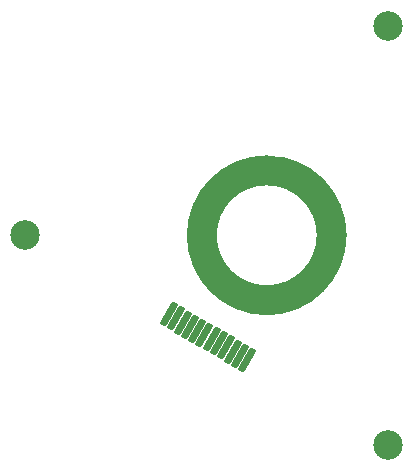
<source format=gts>
G04*
G04 #@! TF.GenerationSoftware,Altium Limited,Altium Designer,20.1.14 (287)*
G04*
G04 Layer_Color=8388736*
%FSLAX25Y25*%
%MOIN*%
G70*
G04*
G04 #@! TF.SameCoordinates,B8DE9612-172B-4E27-A0E0-44EA1AA92255*
G04*
G04*
G04 #@! TF.FilePolarity,Negative*
G04*
G01*
G75*
%ADD13C,0.09843*%
G04:AMPARAMS|DCode=14|XSize=23.75mil|YSize=88mil|CornerRadius=7.94mil|HoleSize=0mil|Usage=FLASHONLY|Rotation=150.000|XOffset=0mil|YOffset=0mil|HoleType=Round|Shape=RoundedRectangle|*
%AMROUNDEDRECTD14*
21,1,0.02375,0.07213,0,0,150.0*
21,1,0.00787,0.08800,0,0,150.0*
1,1,0.01587,0.01462,0.03320*
1,1,0.01587,0.02144,0.02926*
1,1,0.01587,-0.01462,-0.03320*
1,1,0.01587,-0.02144,-0.02926*
%
%ADD14ROUNDEDRECTD14*%
%ADD15C,0.09855*%
D13*
X21654Y0D02*
G03*
X21654Y0I-21654J0D01*
G01*
D14*
X-32716Y-26348D02*
D03*
X-30329Y-27726D02*
D03*
X-25556Y-30482D02*
D03*
X-23169Y-31860D02*
D03*
X-16009Y-35994D02*
D03*
X-18395Y-34616D02*
D03*
X-8849Y-40128D02*
D03*
X-11236Y-38750D02*
D03*
X-27942Y-29104D02*
D03*
X-20782Y-33238D02*
D03*
X-13622Y-37372D02*
D03*
X-6462Y-41506D02*
D03*
D15*
X-80709Y0D02*
D03*
X40354Y69896D02*
D03*
Y-69896D02*
D03*
M02*

</source>
